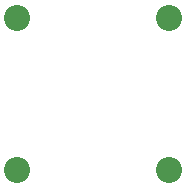
<source format=gts>
G04 Layer_Color=8388736*
%FSLAX44Y44*%
%MOMM*%
G71*
G01*
G75*
%ADD17C,2.2032*%
D17*
X935653Y1064347D02*
D03*
X1064347D02*
D03*
X935653Y935653D02*
D03*
X1064350Y935650D02*
D03*
M02*

</source>
